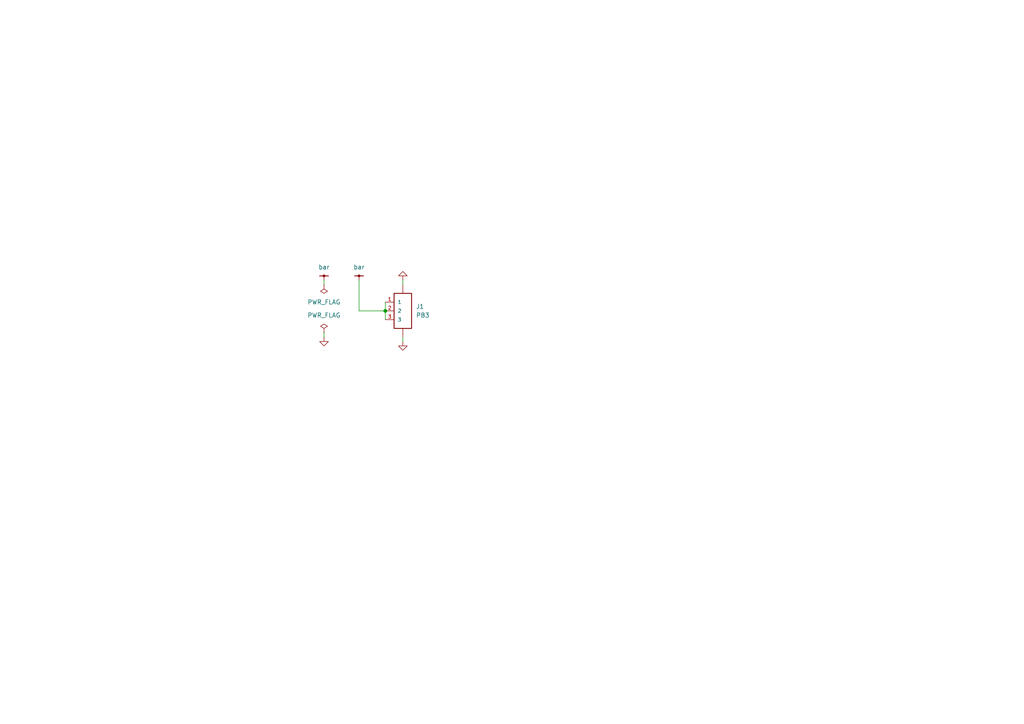
<source format=kicad_sch>
(kicad_sch (version 20231120) (generator "eeschema") (generator_version "8.0")
  (paper "A4")
  (title_block (title "${TITLE}") (date "2022-09-27") (rev "${REVISION_SCH}") (company "${COMPANY}"))
  (lib_symbols
    (symbol "CO:PB3" (pin_names (offset 1.016))
      (property "Reference" "J" (at 8.89 1.27 0))
      (property "Value" "PB3" (at 8.89 -1.27 0))
      (symbol "PB3_0_0"
        (rectangle (start 2.54 2.54) (end 7.62 -7.62) (stroke (width 0.254)))
        (pin passive line (at 0 0 0) (length 2.54) (name "1") (number "1"))
        (pin passive line (at 0 -2.54 0) (length 2.54) (name "2") (number "2"))
        (pin passive line (at 0 -5.08 0) (length 2.54) (name "3") (number "3"))
        (pin free line (at 5.08 -10.16 90) (length 2.54) (name "MP") (number "MP"))
        (pin free line (at 5.08 5.08 270) (length 2.54) (name "MP") (number "MP"))
      )
    )
    (symbol "power:GND" (power) (pin_numbers hide) (pin_names (offset 0) hide)
      (symbol "GND_0_1"
        (polyline (pts (xy 0 0) (xy 0 -1.27) (xy 1.27 -1.27) (xy 0 -2.54) (xy -1.27 -1.27) (xy 0 -1.27)))
      )
      (symbol "GND_1_1"
        (pin power_in line (at 0 0 0) (length 0) hide (name "1") (number "1"))
      )
    )
    (symbol "power:PWR_FLAG" (power) (pin_numbers hide) (pin_names (offset 0) hide)
      (property "Value" "PWR_FLAG" (at 0 3.81 0))
      (symbol "PWR_FLAG_0_0"
        (pin power_out line (at 0 0 90) (length 0) (name "pwr") (number "1"))
      )
      (symbol "PWR_FLAG_0_1"
        (polyline (pts (xy 0 0) (xy 0 1.27) (xy -1.016 1.905) (xy 0 2.54) (xy 1.016 1.905) (xy 0 1.27)))
      )
    )
    (symbol "power:bar" (power) (pin_numbers hide) (pin_names (offset 0) hide)
      (property "Value" "bar" (at 0 2.794 0))
      (symbol "bar_0_1"
        (circle (center 0 1.27) (radius 0.3069) (fill (type outline)))
      )
      (symbol "bar_1_1"
        (polyline (pts (xy -1.27 1.27) (xy 0 1.27)) (stroke (width 0.254)))
        (polyline (pts (xy 0 0) (xy 0 1.27)))
        (polyline (pts (xy 0 1.27) (xy 1.27 1.27)) (stroke (width 0.254)))
        (pin power_in line (at 0 0 0) (length 0) hide (name "1") (number "1"))
      )
    )
  )
  (junction (at 111.76 90.17))
  (wire (pts (xy 111.76 90.17) (xy 111.76 92.71)))
  (wire (pts (xy 116.84 81.28) (xy 116.84 82.55)))
  (wire (pts (xy 93.98 82.55) (xy 93.98 81.28)))
  (wire (pts (xy 111.76 87.63) (xy 111.76 90.17)))
  (wire (pts (xy 104.14 90.17) (xy 111.76 90.17)))
  (wire (pts (xy 93.98 96.52) (xy 93.98 97.79)))
  (wire (pts (xy 104.14 81.28) (xy 104.14 90.17)))
  (wire (pts (xy 116.84 99.06) (xy 116.84 97.79)))
  (symbol (lib_id "power:bar") (at 104.14 81.28 0) (unit 1)
    (property "Reference" "#PWR01" (effects (hide yes)))
    (property "Value" "bar" (at 104.14 77.47 0))
    (property "Description" "Power symbol bar" (effects (hide yes)))
  )
  (symbol (lib_id "power:PWR_FLAG") (at 93.98 96.52 0) (unit 1)
    (property "Reference" "#FLG02" (effects (hide yes)))
    (property "Value" "PWR_FLAG" (at 93.98 91.44 0))
    (property "Description" "Special symbol for telling ERC where power comes from" (effects (hide yes)))
  )
  (symbol (lib_id "power:PWR_FLAG") (at 93.98 82.55 180) (unit 1)
    (property "Reference" "#FLG01" (effects (hide yes)))
    (property "Value" "PWR_FLAG" (at 93.98 87.63 0))
    (property "Description" "Special symbol for telling ERC where power comes from" (effects (hide yes)))
  )
  (symbol (lib_id "power:GND") (at 116.84 81.28 180) (unit 1)
    (property "Reference" "#PWR07" (effects (hide yes)))
    (property "Value" "GND" (effects (hide yes)))
    (property "Description" "Power symbol GND" (effects (hide yes)))
  )
  (symbol (lib_id "power:GND") (at 93.98 97.79 0) (unit 1)
    (property "Reference" "#PWR04" (effects (hide yes)))
    (property "Value" "GND" (effects (hide yes)))
    (property "Description" "Power symbol GND" (effects (hide yes)))
  )
  (symbol (lib_id "CO:PB3") (at 111.76 87.63 0) (unit 1)
    (property "Reference" "J1" (at 120.65 88.8999 0) (effects (justify left)))
    (property "Value" "PB3" (at 120.65 91.4399 0) (effects (justify left)))
    (property "Description" "Molex Picoblade serie, 3 contacts" (effects (hide yes)))
  )
  (symbol (lib_id "power:bar") (at 93.98 81.28 0) (unit 1)
    (property "Reference" "#PWR03" (effects (hide yes)))
    (property "Value" "bar" (at 93.98 77.47 0))
    (property "Description" "Power symbol bar" (effects (hide yes)))
  )
  (symbol (lib_id "power:GND") (at 116.84 99.06 0) (unit 1)
    (property "Reference" "#PWR08" (effects (hide yes)))
    (property "Value" "GND" (effects (hide yes)))
    (property "Description" "Power symbol GND" (effects (hide yes)))
  )
)
</source>
